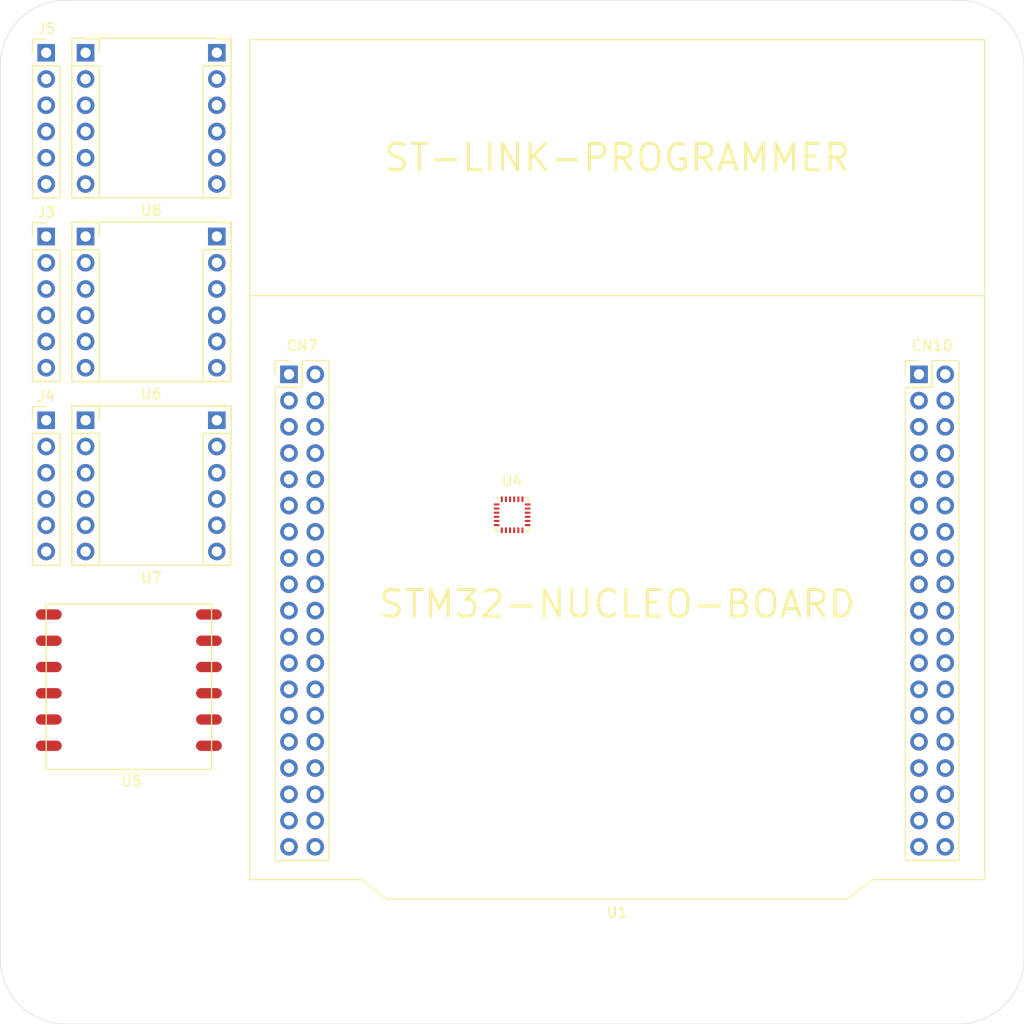
<source format=kicad_pcb>
(kicad_pcb (version 20171130) (host pcbnew "(5.1.10)-1")

  (general
    (thickness 1.6)
    (drawings 8)
    (tracks 0)
    (zones 0)
    (modules 9)
    (nets 123)
  )

  (page A4)
  (layers
    (0 F.Cu signal)
    (31 B.Cu signal)
    (32 B.Adhes user)
    (33 F.Adhes user)
    (34 B.Paste user)
    (35 F.Paste user)
    (36 B.SilkS user)
    (37 F.SilkS user)
    (38 B.Mask user)
    (39 F.Mask user)
    (40 Dwgs.User user)
    (41 Cmts.User user)
    (42 Eco1.User user)
    (43 Eco2.User user)
    (44 Edge.Cuts user)
    (45 Margin user)
    (46 B.CrtYd user)
    (47 F.CrtYd user)
    (48 B.Fab user)
    (49 F.Fab user)
  )

  (setup
    (last_trace_width 0.25)
    (trace_clearance 0.2)
    (zone_clearance 0.508)
    (zone_45_only no)
    (trace_min 0.2)
    (via_size 0.8)
    (via_drill 0.4)
    (via_min_size 0.4)
    (via_min_drill 0.3)
    (uvia_size 0.3)
    (uvia_drill 0.1)
    (uvias_allowed no)
    (uvia_min_size 0.2)
    (uvia_min_drill 0.1)
    (edge_width 0.05)
    (segment_width 0.2)
    (pcb_text_width 0.3)
    (pcb_text_size 1.5 1.5)
    (mod_edge_width 0.12)
    (mod_text_size 1 1)
    (mod_text_width 0.15)
    (pad_size 1.524 1.524)
    (pad_drill 0.762)
    (pad_to_mask_clearance 0)
    (aux_axis_origin 0 0)
    (visible_elements 7FFFFFFF)
    (pcbplotparams
      (layerselection 0x010fc_ffffffff)
      (usegerberextensions false)
      (usegerberattributes true)
      (usegerberadvancedattributes true)
      (creategerberjobfile true)
      (excludeedgelayer true)
      (linewidth 0.100000)
      (plotframeref false)
      (viasonmask false)
      (mode 1)
      (useauxorigin false)
      (hpglpennumber 1)
      (hpglpenspeed 20)
      (hpglpendiameter 15.000000)
      (psnegative false)
      (psa4output false)
      (plotreference true)
      (plotvalue true)
      (plotinvisibletext false)
      (padsonsilk false)
      (subtractmaskfromsilk false)
      (outputformat 1)
      (mirror false)
      (drillshape 1)
      (scaleselection 1)
      (outputdirectory ""))
  )

  (net 0 "")
  (net 1 "Net-(U4-Pad15)")
  (net 2 "Net-(U4-Pad1)")
  (net 3 "Net-(U4-Pad21)")
  (net 4 "Net-(U4-Pad24)")
  (net 5 "Net-(U4-Pad19)")
  (net 6 "Net-(U4-Pad23)")
  (net 7 "Net-(U4-Pad2)")
  (net 8 "Net-(U4-Pad12)")
  (net 9 "Net-(U4-Pad4)")
  (net 10 "Net-(U4-Pad9)")
  (net 11 "Net-(U4-Pad11)")
  (net 12 "Net-(U4-Pad14)")
  (net 13 "Net-(U4-Pad6)")
  (net 14 "Net-(U4-Pad3)")
  (net 15 "Net-(U4-Pad16)")
  (net 16 "Net-(U4-Pad5)")
  (net 17 "Net-(U4-Pad17)")
  (net 18 "Net-(U4-Pad22)")
  (net 19 "Net-(U4-Pad7)")
  (net 20 "Net-(U5-Pad11)")
  (net 21 "Net-(U5-Pad9)")
  (net 22 "Net-(U5-Pad8)")
  (net 23 "Net-(U5-Pad7)")
  (net 24 /MOTOR1_ENC_B)
  (net 25 /MOTOR1_ENC_A)
  (net 26 /MOTOR1_B)
  (net 27 /MOTOR1_A)
  (net 28 /MOTOR2_ENC_B)
  (net 29 /MOTOR2_ENC_A)
  (net 30 /MOTOR2_B)
  (net 31 /MOTOR2_A)
  (net 32 /MOTOR3_ENC_B)
  (net 33 /MOTOR3_ENC_A)
  (net 34 /MOTOR3_B)
  (net 35 /MOTOR3_A)
  (net 36 GND)
  (net 37 /GPS_RESET)
  (net 38 /GPS_UART_TX)
  (net 39 /GPS_UART_RX)
  (net 40 /MOTOR1_INA)
  (net 41 /MOTOR1_INB)
  (net 42 /MOTOR2_INA)
  (net 43 /MOTOR2_INB)
  (net 44 /MOTOR3_INA)
  (net 45 /MOTOR3_INB)
  (net 46 /LOGIC_3V3)
  (net 47 /LOGIC_GND)
  (net 48 "Net-(U1-Pad53)")
  (net 49 "Net-(U1-Pad39)")
  (net 50 "Net-(U1-Pad59)")
  (net 51 "Net-(U1-Pad62)")
  (net 52 "Net-(U1-Pad57)")
  (net 53 "Net-(U1-Pad69)")
  (net 54 "Net-(U1-Pad66)")
  (net 55 "Net-(U1-Pad61)")
  (net 56 "Net-(U1-Pad40)")
  (net 57 "Net-(U1-Pad50)")
  (net 58 "Net-(U1-Pad51)")
  (net 59 "Net-(U1-Pad46)")
  (net 60 "Net-(U1-Pad65)")
  (net 61 "Net-(U1-Pad42)")
  (net 62 "Net-(U1-Pad63)")
  (net 63 "Net-(U1-Pad67)")
  (net 64 "Net-(U1-Pad73)")
  (net 65 "Net-(U1-Pad75)")
  (net 66 "Net-(U1-Pad49)")
  (net 67 "Net-(U1-Pad52)")
  (net 68 "Net-(U1-Pad44)")
  (net 69 "Net-(U1-Pad72)")
  (net 70 "Net-(U1-Pad41)")
  (net 71 "Net-(U1-Pad54)")
  (net 72 "Net-(U1-Pad68)")
  (net 73 "Net-(U1-Pad43)")
  (net 74 "Net-(U1-Pad48)")
  (net 75 "Net-(U1-Pad55)")
  (net 76 "Net-(U1-Pad56)")
  (net 77 "Net-(U1-Pad64)")
  (net 78 "Net-(U1-Pad60)")
  (net 79 "Net-(U1-Pad71)")
  (net 80 "Net-(U1-Pad76)")
  (net 81 "Net-(U1-Pad74)")
  (net 82 "Net-(U1-Pad45)")
  (net 83 "Net-(U1-Pad15)")
  (net 84 "Net-(U1-Pad21)")
  (net 85 "Net-(U1-Pad24)")
  (net 86 "Net-(U1-Pad31)")
  (net 87 "Net-(U1-Pad28)")
  (net 88 "Net-(U1-Pad23)")
  (net 89 "Net-(U1-Pad12)")
  (net 90 "Net-(U1-Pad13)")
  (net 91 "Net-(U1-Pad27)")
  (net 92 "Net-(U1-Pad4)")
  (net 93 "Net-(U1-Pad9)")
  (net 94 "Net-(U1-Pad25)")
  (net 95 "Net-(U1-Pad29)")
  (net 96 "Net-(U1-Pad35)")
  (net 97 "Net-(U1-Pad37)")
  (net 98 "Net-(U1-Pad11)")
  (net 99 "Net-(U1-Pad14)")
  (net 100 /VBAT_REG)
  (net 101 "Net-(U1-Pad34)")
  (net 102 "Net-(U1-Pad32)")
  (net 103 "Net-(U1-Pad30)")
  (net 104 "Net-(U1-Pad5)")
  (net 105 "Net-(U1-Pad10)")
  (net 106 "Net-(U1-Pad17)")
  (net 107 /LOGIC_5V)
  (net 108 "Net-(U1-Pad26)")
  (net 109 "Net-(U1-Pad33)")
  (net 110 "Net-(U1-Pad38)")
  (net 111 "Net-(U1-Pad36)")
  (net 112 "Net-(U1-Pad7)")
  (net 113 "Net-(C6-Pad1)")
  (net 114 "Net-(R2-Pad1)")
  (net 115 /MOTOR_MODE)
  (net 116 /~MOTOR1_PS)
  (net 117 /MOTOR_TR1)
  (net 118 /MOTOR_TR2)
  (net 119 /MOTOR_GND)
  (net 120 /MOTOR_VIN)
  (net 121 /~MOTOR2_PS)
  (net 122 /~MOTOR3_PS)

  (net_class Default "This is the default net class."
    (clearance 0.2)
    (trace_width 0.25)
    (via_dia 0.8)
    (via_drill 0.4)
    (uvia_dia 0.3)
    (uvia_drill 0.1)
    (add_net /GPS_RESET)
    (add_net /GPS_UART_RX)
    (add_net /GPS_UART_TX)
    (add_net /LOGIC_3V3)
    (add_net /LOGIC_5V)
    (add_net /LOGIC_GND)
    (add_net /MOTOR1_A)
    (add_net /MOTOR1_B)
    (add_net /MOTOR1_ENC_A)
    (add_net /MOTOR1_ENC_B)
    (add_net /MOTOR1_INA)
    (add_net /MOTOR1_INB)
    (add_net /MOTOR2_A)
    (add_net /MOTOR2_B)
    (add_net /MOTOR2_ENC_A)
    (add_net /MOTOR2_ENC_B)
    (add_net /MOTOR2_INA)
    (add_net /MOTOR2_INB)
    (add_net /MOTOR3_A)
    (add_net /MOTOR3_B)
    (add_net /MOTOR3_ENC_A)
    (add_net /MOTOR3_ENC_B)
    (add_net /MOTOR3_INA)
    (add_net /MOTOR3_INB)
    (add_net /MOTOR_GND)
    (add_net /MOTOR_MODE)
    (add_net /MOTOR_TR1)
    (add_net /MOTOR_TR2)
    (add_net /MOTOR_VIN)
    (add_net /VBAT_REG)
    (add_net /~MOTOR1_PS)
    (add_net /~MOTOR2_PS)
    (add_net /~MOTOR3_PS)
    (add_net GND)
    (add_net "Net-(C6-Pad1)")
    (add_net "Net-(R2-Pad1)")
    (add_net "Net-(U1-Pad10)")
    (add_net "Net-(U1-Pad11)")
    (add_net "Net-(U1-Pad12)")
    (add_net "Net-(U1-Pad13)")
    (add_net "Net-(U1-Pad14)")
    (add_net "Net-(U1-Pad15)")
    (add_net "Net-(U1-Pad17)")
    (add_net "Net-(U1-Pad21)")
    (add_net "Net-(U1-Pad23)")
    (add_net "Net-(U1-Pad24)")
    (add_net "Net-(U1-Pad25)")
    (add_net "Net-(U1-Pad26)")
    (add_net "Net-(U1-Pad27)")
    (add_net "Net-(U1-Pad28)")
    (add_net "Net-(U1-Pad29)")
    (add_net "Net-(U1-Pad30)")
    (add_net "Net-(U1-Pad31)")
    (add_net "Net-(U1-Pad32)")
    (add_net "Net-(U1-Pad33)")
    (add_net "Net-(U1-Pad34)")
    (add_net "Net-(U1-Pad35)")
    (add_net "Net-(U1-Pad36)")
    (add_net "Net-(U1-Pad37)")
    (add_net "Net-(U1-Pad38)")
    (add_net "Net-(U1-Pad39)")
    (add_net "Net-(U1-Pad4)")
    (add_net "Net-(U1-Pad40)")
    (add_net "Net-(U1-Pad41)")
    (add_net "Net-(U1-Pad42)")
    (add_net "Net-(U1-Pad43)")
    (add_net "Net-(U1-Pad44)")
    (add_net "Net-(U1-Pad45)")
    (add_net "Net-(U1-Pad46)")
    (add_net "Net-(U1-Pad48)")
    (add_net "Net-(U1-Pad49)")
    (add_net "Net-(U1-Pad5)")
    (add_net "Net-(U1-Pad50)")
    (add_net "Net-(U1-Pad51)")
    (add_net "Net-(U1-Pad52)")
    (add_net "Net-(U1-Pad53)")
    (add_net "Net-(U1-Pad54)")
    (add_net "Net-(U1-Pad55)")
    (add_net "Net-(U1-Pad56)")
    (add_net "Net-(U1-Pad57)")
    (add_net "Net-(U1-Pad59)")
    (add_net "Net-(U1-Pad60)")
    (add_net "Net-(U1-Pad61)")
    (add_net "Net-(U1-Pad62)")
    (add_net "Net-(U1-Pad63)")
    (add_net "Net-(U1-Pad64)")
    (add_net "Net-(U1-Pad65)")
    (add_net "Net-(U1-Pad66)")
    (add_net "Net-(U1-Pad67)")
    (add_net "Net-(U1-Pad68)")
    (add_net "Net-(U1-Pad69)")
    (add_net "Net-(U1-Pad7)")
    (add_net "Net-(U1-Pad71)")
    (add_net "Net-(U1-Pad72)")
    (add_net "Net-(U1-Pad73)")
    (add_net "Net-(U1-Pad74)")
    (add_net "Net-(U1-Pad75)")
    (add_net "Net-(U1-Pad76)")
    (add_net "Net-(U1-Pad9)")
    (add_net "Net-(U4-Pad1)")
    (add_net "Net-(U4-Pad11)")
    (add_net "Net-(U4-Pad12)")
    (add_net "Net-(U4-Pad14)")
    (add_net "Net-(U4-Pad15)")
    (add_net "Net-(U4-Pad16)")
    (add_net "Net-(U4-Pad17)")
    (add_net "Net-(U4-Pad19)")
    (add_net "Net-(U4-Pad2)")
    (add_net "Net-(U4-Pad21)")
    (add_net "Net-(U4-Pad22)")
    (add_net "Net-(U4-Pad23)")
    (add_net "Net-(U4-Pad24)")
    (add_net "Net-(U4-Pad3)")
    (add_net "Net-(U4-Pad4)")
    (add_net "Net-(U4-Pad5)")
    (add_net "Net-(U4-Pad6)")
    (add_net "Net-(U4-Pad7)")
    (add_net "Net-(U4-Pad9)")
    (add_net "Net-(U5-Pad11)")
    (add_net "Net-(U5-Pad7)")
    (add_net "Net-(U5-Pad8)")
    (add_net "Net-(U5-Pad9)")
  )

  (module lego_robot:L80-M39 (layer F.Cu) (tedit 61998061) (tstamp 619A172A)
    (at 101.6 105.41)
    (path /619A50A8)
    (fp_text reference U5 (at 0 8.255) (layer F.SilkS)
      (effects (font (size 1 1) (thickness 0.15)))
    )
    (fp_text value L80-M39 (at 0 0) (layer F.Fab)
      (effects (font (size 1 1) (thickness 0.15)))
    )
    (fp_line (start 7.747 -8.89) (end -8.255 -8.89) (layer F.SilkS) (width 0.12))
    (fp_line (start 7.747 7.112) (end 7.747 -8.89) (layer F.SilkS) (width 0.12))
    (fp_line (start -8.255 7.112) (end 7.747 7.112) (layer F.SilkS) (width 0.12))
    (fp_line (start -8.255 -8.89) (end -8.255 7.112) (layer F.SilkS) (width 0.12))
    (pad 12 connect oval (at -8.001 4.826) (size 2.5 1) (layers F.Cu F.Mask)
      (net 47 /LOGIC_GND))
    (pad 11 smd oval (at -8.001 2.286) (size 2.5 1) (layers F.Cu F.Paste F.Mask)
      (net 20 "Net-(U5-Pad11)"))
    (pad 10 smd oval (at -8.001 -0.254) (size 2.5 1) (layers F.Cu F.Paste F.Mask)
      (net 37 /GPS_RESET))
    (pad 9 smd oval (at -8.001 -2.794) (size 2.5 1) (layers F.Cu F.Paste F.Mask)
      (net 21 "Net-(U5-Pad9)"))
    (pad 8 smd oval (at -8.001 -5.334) (size 2.5 1) (layers F.Cu F.Paste F.Mask)
      (net 22 "Net-(U5-Pad8)"))
    (pad 7 smd oval (at -8.001 -7.874) (size 2.5 1) (layers F.Cu F.Paste F.Mask)
      (net 23 "Net-(U5-Pad7)"))
    (pad 6 smd oval (at 7.493 -7.874) (size 2.5 1) (layers F.Cu F.Paste F.Mask)
      (net 114 "Net-(R2-Pad1)"))
    (pad 5 smd oval (at 7.493 -5.334) (size 2.5 1) (layers F.Cu F.Paste F.Mask)
      (net 46 /LOGIC_3V3))
    (pad 4 smd oval (at 7.493 -2.794) (size 2.5 1) (layers F.Cu F.Paste F.Mask)
      (net 46 /LOGIC_3V3))
    (pad 3 smd oval (at 7.493 -0.254) (size 2.5 1) (layers F.Cu F.Paste F.Mask)
      (net 47 /LOGIC_GND))
    (pad 2 smd oval (at 7.493 2.286) (size 2.5 1) (layers F.Cu F.Paste F.Mask)
      (net 38 /GPS_UART_TX))
    (pad 1 smd oval (at 7.493 4.826) (size 2.5 1) (layers F.Cu F.Paste F.Mask)
      (net 39 /GPS_UART_RX))
  )

  (module lego_robot:BD65496MUV (layer F.Cu) (tedit 619968BE) (tstamp 6199FED6)
    (at 103.505 49.53)
    (path /619A354B)
    (fp_text reference U8 (at 0 8.89) (layer F.SilkS)
      (effects (font (size 1 1) (thickness 0.15)))
    )
    (fp_text value BD65496MUV (at 0 0.254) (layer F.Fab)
      (effects (font (size 0.8 0.8) (thickness 0.15)))
    )
    (fp_line (start -7.68 7.68) (end -7.6835 -7.747) (layer F.SilkS) (width 0.12))
    (fp_line (start 7.747 -7.747) (end -7.6835 -7.747) (layer F.SilkS) (width 0.12))
    (fp_line (start 7.68 7.68) (end 7.747 -7.747) (layer F.SilkS) (width 0.12))
    (fp_line (start -7.68 7.68) (end 7.68 7.68) (layer F.SilkS) (width 0.12))
    (fp_line (start 7.68 -7.68) (end 7.68 -6.35) (layer F.SilkS) (width 0.12))
    (fp_line (start 8.1 8.1) (end 4.55 8.1) (layer F.CrtYd) (width 0.05))
    (fp_line (start 6.985 -7.62) (end 7.62 -6.985) (layer F.Fab) (width 0.1))
    (fp_line (start 7.68 -5.08) (end 7.68 7.68) (layer F.SilkS) (width 0.12))
    (fp_line (start 6.35 -7.68) (end 7.68 -7.68) (layer F.SilkS) (width 0.12))
    (fp_line (start 5.02 -5.08) (end 7.68 -5.08) (layer F.SilkS) (width 0.12))
    (fp_line (start 4.55 -8.15) (end 8.1 -8.15) (layer F.CrtYd) (width 0.05))
    (fp_line (start 4.55 8.1) (end 4.55 -8.15) (layer F.CrtYd) (width 0.05))
    (fp_line (start 7.62 7.62) (end 5.08 7.62) (layer F.Fab) (width 0.1))
    (fp_line (start 5.02 -5.08) (end 5.02 7.68) (layer F.SilkS) (width 0.12))
    (fp_line (start 5.02 7.68) (end 7.68 7.68) (layer F.SilkS) (width 0.12))
    (fp_line (start 8.1 -8.15) (end 8.1 8.1) (layer F.CrtYd) (width 0.05))
    (fp_line (start 5.08 -7.62) (end 6.985 -7.62) (layer F.Fab) (width 0.1))
    (fp_line (start 7.62 -6.985) (end 7.62 7.62) (layer F.Fab) (width 0.1))
    (fp_line (start 5.08 7.62) (end 5.08 -7.62) (layer F.Fab) (width 0.1))
    (fp_line (start -5.02 -7.68) (end -5.02 -6.35) (layer F.SilkS) (width 0.12))
    (fp_line (start -4.6 8.1) (end -8.15 8.1) (layer F.CrtYd) (width 0.05))
    (fp_line (start -5.715 -7.62) (end -5.08 -6.985) (layer F.Fab) (width 0.1))
    (fp_line (start -5.02 -5.08) (end -5.02 7.68) (layer F.SilkS) (width 0.12))
    (fp_line (start -6.35 -7.68) (end -5.02 -7.68) (layer F.SilkS) (width 0.12))
    (fp_line (start -7.68 -5.08) (end -5.02 -5.08) (layer F.SilkS) (width 0.12))
    (fp_line (start -8.15 -8.15) (end -4.6 -8.15) (layer F.CrtYd) (width 0.05))
    (fp_line (start -8.15 8.1) (end -8.15 -8.15) (layer F.CrtYd) (width 0.05))
    (fp_line (start -5.08 7.62) (end -7.62 7.62) (layer F.Fab) (width 0.1))
    (fp_line (start -7.68 -5.08) (end -7.68 7.68) (layer F.SilkS) (width 0.12))
    (fp_line (start -7.68 7.68) (end -5.02 7.68) (layer F.SilkS) (width 0.12))
    (fp_line (start -4.6 -8.15) (end -4.6 8.1) (layer F.CrtYd) (width 0.05))
    (fp_line (start -7.62 -7.62) (end -5.715 -7.62) (layer F.Fab) (width 0.1))
    (fp_line (start -5.08 -6.985) (end -5.08 7.62) (layer F.Fab) (width 0.1))
    (fp_line (start -7.62 7.62) (end -7.62 -7.62) (layer F.Fab) (width 0.1))
    (pad 12 thru_hole oval (at 6.35 6.35) (size 1.7 1.7) (drill 1) (layers *.Cu *.Mask)
      (net 115 /MOTOR_MODE))
    (pad 7 thru_hole rect (at 6.35 -6.35) (size 1.7 1.7) (drill 1) (layers *.Cu *.Mask)
      (net 122 /~MOTOR3_PS))
    (pad 8 thru_hole oval (at 6.35 -3.81) (size 1.7 1.7) (drill 1) (layers *.Cu *.Mask)
      (net 117 /MOTOR_TR1))
    (pad 9 thru_hole oval (at 6.35 -1.27) (size 1.7 1.7) (drill 1) (layers *.Cu *.Mask)
      (net 118 /MOTOR_TR2))
    (pad 10 thru_hole oval (at 6.35 1.27) (size 1.7 1.7) (drill 1) (layers *.Cu *.Mask)
      (net 44 /MOTOR3_INA))
    (pad 11 thru_hole oval (at 6.35 3.81) (size 1.7 1.7) (drill 1) (layers *.Cu *.Mask)
      (net 45 /MOTOR3_INB))
    (pad 6 thru_hole oval (at -6.35 6.35) (size 1.7 1.7) (drill 1) (layers *.Cu *.Mask)
      (net 47 /LOGIC_GND))
    (pad 1 thru_hole rect (at -6.35 -6.35) (size 1.7 1.7) (drill 1) (layers *.Cu *.Mask)
      (net 46 /LOGIC_3V3))
    (pad 2 thru_hole oval (at -6.35 -3.81) (size 1.7 1.7) (drill 1) (layers *.Cu *.Mask)
      (net 119 /MOTOR_GND))
    (pad 3 thru_hole oval (at -6.35 -1.27) (size 1.7 1.7) (drill 1) (layers *.Cu *.Mask)
      (net 35 /MOTOR3_A))
    (pad 4 thru_hole oval (at -6.35 1.27) (size 1.7 1.7) (drill 1) (layers *.Cu *.Mask)
      (net 34 /MOTOR3_B))
    (pad 5 thru_hole oval (at -6.35 3.81) (size 1.7 1.7) (drill 1) (layers *.Cu *.Mask)
      (net 120 /MOTOR_VIN))
  )

  (module lego_robot:BD65496MUV (layer F.Cu) (tedit 619968BE) (tstamp 6199FEA4)
    (at 103.505 85.09)
    (path /619AF231)
    (fp_text reference U7 (at 0 8.89) (layer F.SilkS)
      (effects (font (size 1 1) (thickness 0.15)))
    )
    (fp_text value BD65496MUV (at 0 0.254) (layer F.Fab)
      (effects (font (size 0.8 0.8) (thickness 0.15)))
    )
    (fp_line (start -7.68 7.68) (end -7.6835 -7.747) (layer F.SilkS) (width 0.12))
    (fp_line (start 7.747 -7.747) (end -7.6835 -7.747) (layer F.SilkS) (width 0.12))
    (fp_line (start 7.68 7.68) (end 7.747 -7.747) (layer F.SilkS) (width 0.12))
    (fp_line (start -7.68 7.68) (end 7.68 7.68) (layer F.SilkS) (width 0.12))
    (fp_line (start 7.68 -7.68) (end 7.68 -6.35) (layer F.SilkS) (width 0.12))
    (fp_line (start 8.1 8.1) (end 4.55 8.1) (layer F.CrtYd) (width 0.05))
    (fp_line (start 6.985 -7.62) (end 7.62 -6.985) (layer F.Fab) (width 0.1))
    (fp_line (start 7.68 -5.08) (end 7.68 7.68) (layer F.SilkS) (width 0.12))
    (fp_line (start 6.35 -7.68) (end 7.68 -7.68) (layer F.SilkS) (width 0.12))
    (fp_line (start 5.02 -5.08) (end 7.68 -5.08) (layer F.SilkS) (width 0.12))
    (fp_line (start 4.55 -8.15) (end 8.1 -8.15) (layer F.CrtYd) (width 0.05))
    (fp_line (start 4.55 8.1) (end 4.55 -8.15) (layer F.CrtYd) (width 0.05))
    (fp_line (start 7.62 7.62) (end 5.08 7.62) (layer F.Fab) (width 0.1))
    (fp_line (start 5.02 -5.08) (end 5.02 7.68) (layer F.SilkS) (width 0.12))
    (fp_line (start 5.02 7.68) (end 7.68 7.68) (layer F.SilkS) (width 0.12))
    (fp_line (start 8.1 -8.15) (end 8.1 8.1) (layer F.CrtYd) (width 0.05))
    (fp_line (start 5.08 -7.62) (end 6.985 -7.62) (layer F.Fab) (width 0.1))
    (fp_line (start 7.62 -6.985) (end 7.62 7.62) (layer F.Fab) (width 0.1))
    (fp_line (start 5.08 7.62) (end 5.08 -7.62) (layer F.Fab) (width 0.1))
    (fp_line (start -5.02 -7.68) (end -5.02 -6.35) (layer F.SilkS) (width 0.12))
    (fp_line (start -4.6 8.1) (end -8.15 8.1) (layer F.CrtYd) (width 0.05))
    (fp_line (start -5.715 -7.62) (end -5.08 -6.985) (layer F.Fab) (width 0.1))
    (fp_line (start -5.02 -5.08) (end -5.02 7.68) (layer F.SilkS) (width 0.12))
    (fp_line (start -6.35 -7.68) (end -5.02 -7.68) (layer F.SilkS) (width 0.12))
    (fp_line (start -7.68 -5.08) (end -5.02 -5.08) (layer F.SilkS) (width 0.12))
    (fp_line (start -8.15 -8.15) (end -4.6 -8.15) (layer F.CrtYd) (width 0.05))
    (fp_line (start -8.15 8.1) (end -8.15 -8.15) (layer F.CrtYd) (width 0.05))
    (fp_line (start -5.08 7.62) (end -7.62 7.62) (layer F.Fab) (width 0.1))
    (fp_line (start -7.68 -5.08) (end -7.68 7.68) (layer F.SilkS) (width 0.12))
    (fp_line (start -7.68 7.68) (end -5.02 7.68) (layer F.SilkS) (width 0.12))
    (fp_line (start -4.6 -8.15) (end -4.6 8.1) (layer F.CrtYd) (width 0.05))
    (fp_line (start -7.62 -7.62) (end -5.715 -7.62) (layer F.Fab) (width 0.1))
    (fp_line (start -5.08 -6.985) (end -5.08 7.62) (layer F.Fab) (width 0.1))
    (fp_line (start -7.62 7.62) (end -7.62 -7.62) (layer F.Fab) (width 0.1))
    (pad 12 thru_hole oval (at 6.35 6.35) (size 1.7 1.7) (drill 1) (layers *.Cu *.Mask)
      (net 115 /MOTOR_MODE))
    (pad 7 thru_hole rect (at 6.35 -6.35) (size 1.7 1.7) (drill 1) (layers *.Cu *.Mask)
      (net 121 /~MOTOR2_PS))
    (pad 8 thru_hole oval (at 6.35 -3.81) (size 1.7 1.7) (drill 1) (layers *.Cu *.Mask)
      (net 117 /MOTOR_TR1))
    (pad 9 thru_hole oval (at 6.35 -1.27) (size 1.7 1.7) (drill 1) (layers *.Cu *.Mask)
      (net 118 /MOTOR_TR2))
    (pad 10 thru_hole oval (at 6.35 1.27) (size 1.7 1.7) (drill 1) (layers *.Cu *.Mask)
      (net 42 /MOTOR2_INA))
    (pad 11 thru_hole oval (at 6.35 3.81) (size 1.7 1.7) (drill 1) (layers *.Cu *.Mask)
      (net 43 /MOTOR2_INB))
    (pad 6 thru_hole oval (at -6.35 6.35) (size 1.7 1.7) (drill 1) (layers *.Cu *.Mask)
      (net 47 /LOGIC_GND))
    (pad 1 thru_hole rect (at -6.35 -6.35) (size 1.7 1.7) (drill 1) (layers *.Cu *.Mask)
      (net 46 /LOGIC_3V3))
    (pad 2 thru_hole oval (at -6.35 -3.81) (size 1.7 1.7) (drill 1) (layers *.Cu *.Mask)
      (net 119 /MOTOR_GND))
    (pad 3 thru_hole oval (at -6.35 -1.27) (size 1.7 1.7) (drill 1) (layers *.Cu *.Mask)
      (net 31 /MOTOR2_A))
    (pad 4 thru_hole oval (at -6.35 1.27) (size 1.7 1.7) (drill 1) (layers *.Cu *.Mask)
      (net 30 /MOTOR2_B))
    (pad 5 thru_hole oval (at -6.35 3.81) (size 1.7 1.7) (drill 1) (layers *.Cu *.Mask)
      (net 120 /MOTOR_VIN))
  )

  (module lego_robot:BD65496MUV (layer F.Cu) (tedit 619968BE) (tstamp 6199FE72)
    (at 103.505 67.31)
    (path /619B0077)
    (fp_text reference U6 (at 0 8.89) (layer F.SilkS)
      (effects (font (size 1 1) (thickness 0.15)))
    )
    (fp_text value BD65496MUV (at 0 0.254) (layer F.Fab)
      (effects (font (size 0.8 0.8) (thickness 0.15)))
    )
    (fp_line (start -7.68 7.68) (end -7.6835 -7.747) (layer F.SilkS) (width 0.12))
    (fp_line (start 7.747 -7.747) (end -7.6835 -7.747) (layer F.SilkS) (width 0.12))
    (fp_line (start 7.68 7.68) (end 7.747 -7.747) (layer F.SilkS) (width 0.12))
    (fp_line (start -7.68 7.68) (end 7.68 7.68) (layer F.SilkS) (width 0.12))
    (fp_line (start 7.68 -7.68) (end 7.68 -6.35) (layer F.SilkS) (width 0.12))
    (fp_line (start 8.1 8.1) (end 4.55 8.1) (layer F.CrtYd) (width 0.05))
    (fp_line (start 6.985 -7.62) (end 7.62 -6.985) (layer F.Fab) (width 0.1))
    (fp_line (start 7.68 -5.08) (end 7.68 7.68) (layer F.SilkS) (width 0.12))
    (fp_line (start 6.35 -7.68) (end 7.68 -7.68) (layer F.SilkS) (width 0.12))
    (fp_line (start 5.02 -5.08) (end 7.68 -5.08) (layer F.SilkS) (width 0.12))
    (fp_line (start 4.55 -8.15) (end 8.1 -8.15) (layer F.CrtYd) (width 0.05))
    (fp_line (start 4.55 8.1) (end 4.55 -8.15) (layer F.CrtYd) (width 0.05))
    (fp_line (start 7.62 7.62) (end 5.08 7.62) (layer F.Fab) (width 0.1))
    (fp_line (start 5.02 -5.08) (end 5.02 7.68) (layer F.SilkS) (width 0.12))
    (fp_line (start 5.02 7.68) (end 7.68 7.68) (layer F.SilkS) (width 0.12))
    (fp_line (start 8.1 -8.15) (end 8.1 8.1) (layer F.CrtYd) (width 0.05))
    (fp_line (start 5.08 -7.62) (end 6.985 -7.62) (layer F.Fab) (width 0.1))
    (fp_line (start 7.62 -6.985) (end 7.62 7.62) (layer F.Fab) (width 0.1))
    (fp_line (start 5.08 7.62) (end 5.08 -7.62) (layer F.Fab) (width 0.1))
    (fp_line (start -5.02 -7.68) (end -5.02 -6.35) (layer F.SilkS) (width 0.12))
    (fp_line (start -4.6 8.1) (end -8.15 8.1) (layer F.CrtYd) (width 0.05))
    (fp_line (start -5.715 -7.62) (end -5.08 -6.985) (layer F.Fab) (width 0.1))
    (fp_line (start -5.02 -5.08) (end -5.02 7.68) (layer F.SilkS) (width 0.12))
    (fp_line (start -6.35 -7.68) (end -5.02 -7.68) (layer F.SilkS) (width 0.12))
    (fp_line (start -7.68 -5.08) (end -5.02 -5.08) (layer F.SilkS) (width 0.12))
    (fp_line (start -8.15 -8.15) (end -4.6 -8.15) (layer F.CrtYd) (width 0.05))
    (fp_line (start -8.15 8.1) (end -8.15 -8.15) (layer F.CrtYd) (width 0.05))
    (fp_line (start -5.08 7.62) (end -7.62 7.62) (layer F.Fab) (width 0.1))
    (fp_line (start -7.68 -5.08) (end -7.68 7.68) (layer F.SilkS) (width 0.12))
    (fp_line (start -7.68 7.68) (end -5.02 7.68) (layer F.SilkS) (width 0.12))
    (fp_line (start -4.6 -8.15) (end -4.6 8.1) (layer F.CrtYd) (width 0.05))
    (fp_line (start -7.62 -7.62) (end -5.715 -7.62) (layer F.Fab) (width 0.1))
    (fp_line (start -5.08 -6.985) (end -5.08 7.62) (layer F.Fab) (width 0.1))
    (fp_line (start -7.62 7.62) (end -7.62 -7.62) (layer F.Fab) (width 0.1))
    (pad 12 thru_hole oval (at 6.35 6.35) (size 1.7 1.7) (drill 1) (layers *.Cu *.Mask)
      (net 115 /MOTOR_MODE))
    (pad 7 thru_hole rect (at 6.35 -6.35) (size 1.7 1.7) (drill 1) (layers *.Cu *.Mask)
      (net 116 /~MOTOR1_PS))
    (pad 8 thru_hole oval (at 6.35 -3.81) (size 1.7 1.7) (drill 1) (layers *.Cu *.Mask)
      (net 117 /MOTOR_TR1))
    (pad 9 thru_hole oval (at 6.35 -1.27) (size 1.7 1.7) (drill 1) (layers *.Cu *.Mask)
      (net 118 /MOTOR_TR2))
    (pad 10 thru_hole oval (at 6.35 1.27) (size 1.7 1.7) (drill 1) (layers *.Cu *.Mask)
      (net 40 /MOTOR1_INA))
    (pad 11 thru_hole oval (at 6.35 3.81) (size 1.7 1.7) (drill 1) (layers *.Cu *.Mask)
      (net 41 /MOTOR1_INB))
    (pad 6 thru_hole oval (at -6.35 6.35) (size 1.7 1.7) (drill 1) (layers *.Cu *.Mask)
      (net 47 /LOGIC_GND))
    (pad 1 thru_hole rect (at -6.35 -6.35) (size 1.7 1.7) (drill 1) (layers *.Cu *.Mask)
      (net 46 /LOGIC_3V3))
    (pad 2 thru_hole oval (at -6.35 -3.81) (size 1.7 1.7) (drill 1) (layers *.Cu *.Mask)
      (net 119 /MOTOR_GND))
    (pad 3 thru_hole oval (at -6.35 -1.27) (size 1.7 1.7) (drill 1) (layers *.Cu *.Mask)
      (net 27 /MOTOR1_A))
    (pad 4 thru_hole oval (at -6.35 1.27) (size 1.7 1.7) (drill 1) (layers *.Cu *.Mask)
      (net 26 /MOTOR1_B))
    (pad 5 thru_hole oval (at -6.35 3.81) (size 1.7 1.7) (drill 1) (layers *.Cu *.Mask)
      (net 120 /MOTOR_VIN))
  )

  (module Sensor_Motion:InvenSense_QFN-24_3x3mm_P0.4mm (layer F.Cu) (tedit 5B5A6A65) (tstamp 6199F146)
    (at 138.43 87.884)
    (descr "24-Lead Plastic QFN (3mm x 3mm); Pitch 0.4mm; EP 1.7x1.54mm; for InvenSense motion sensors; keepout area marked (Package see: https://store.invensense.com/datasheets/invensense/MPU9250REV1.0.pdf; See also https://www.invensense.com/wp-content/uploads/2015/02/InvenSense-MEMS-Handling.pdf)")
    (tags "QFN 0.4")
    (path /619A46FD)
    (attr smd)
    (fp_text reference U4 (at 0 -3.25) (layer F.SilkS)
      (effects (font (size 1 1) (thickness 0.15)))
    )
    (fp_text value ICM-20948 (at 0 3.25) (layer F.Fab)
      (effects (font (size 1 1) (thickness 0.15)))
    )
    (fp_line (start -0.535 -0.795) (end -0.875 -0.455) (layer Dwgs.User) (width 0.05))
    (fp_line (start -0.035 -0.795) (end -0.875 0.045) (layer Dwgs.User) (width 0.05))
    (fp_line (start 0.465 -0.795) (end -0.875 0.545) (layer Dwgs.User) (width 0.05))
    (fp_line (start 0.875 -0.705) (end -0.625 0.795) (layer Dwgs.User) (width 0.05))
    (fp_line (start 0.875 -0.205) (end -0.125 0.795) (layer Dwgs.User) (width 0.05))
    (fp_line (start 0.875 0.295) (end 0.375 0.795) (layer Dwgs.User) (width 0.05))
    (fp_line (start 0.875 -0.795) (end 0.875 0.795) (layer Dwgs.User) (width 0.05))
    (fp_line (start -0.875 0.795) (end 0.875 0.795) (layer Dwgs.User) (width 0.05))
    (fp_line (start -0.875 -0.795) (end -0.875 0.795) (layer Dwgs.User) (width 0.05))
    (fp_line (start -0.875 -0.795) (end 0.875 -0.795) (layer Dwgs.User) (width 0.05))
    (fp_line (start -1.6 -1.6) (end -1.2 -1.6) (layer F.SilkS) (width 0.15))
    (fp_line (start 1.6 -1.6) (end 1.2 -1.6) (layer F.SilkS) (width 0.15))
    (fp_line (start 1.6 -1.6) (end 1.6 -1.2) (layer F.SilkS) (width 0.15))
    (fp_line (start 1.6 1.6) (end 1.2 1.6) (layer F.SilkS) (width 0.15))
    (fp_line (start 1.6 1.6) (end 1.6 1.2) (layer F.SilkS) (width 0.15))
    (fp_line (start -1.6 1.6) (end -1.2 1.6) (layer F.SilkS) (width 0.15))
    (fp_line (start -1.6 1.6) (end -1.6 1.2) (layer F.SilkS) (width 0.15))
    (fp_line (start -2.05 -2.05) (end 2.05 -2.05) (layer F.CrtYd) (width 0.05))
    (fp_line (start -2.05 2.05) (end -2.05 -2.05) (layer F.CrtYd) (width 0.05))
    (fp_line (start 2.05 2.05) (end -2.05 2.05) (layer F.CrtYd) (width 0.05))
    (fp_line (start 2.05 -2.05) (end 2.05 2.05) (layer F.CrtYd) (width 0.05))
    (fp_line (start -1.5 -0.5) (end -0.5 -1.5) (layer F.Fab) (width 0.15))
    (fp_line (start -1.5 1.5) (end -1.5 -0.5) (layer F.Fab) (width 0.15))
    (fp_line (start 1.5 1.5) (end -1.5 1.5) (layer F.Fab) (width 0.15))
    (fp_line (start 1.5 -1.5) (end 1.5 1.5) (layer F.Fab) (width 0.15))
    (fp_line (start -0.5 -1.5) (end 1.5 -1.5) (layer F.Fab) (width 0.15))
    (fp_text user Component (at 0 0.55) (layer Cmts.User)
      (effects (font (size 0.2 0.2) (thickness 0.04)))
    )
    (fp_text user "Directly Below" (at 0 0.25) (layer Cmts.User)
      (effects (font (size 0.2 0.2) (thickness 0.04)))
    )
    (fp_text user "No Copper" (at 0 -0.1) (layer Cmts.User)
      (effects (font (size 0.2 0.2) (thickness 0.04)))
    )
    (fp_text user KEEPOUT (at 0 -0.5) (layer Cmts.User)
      (effects (font (size 0.2 0.2) (thickness 0.04)))
    )
    (fp_text user %R (at 0 0) (layer F.Fab)
      (effects (font (size 0.7 0.7) (thickness 0.105)))
    )
    (pad 24 smd roundrect (at -1 -1.5 90) (size 0.55 0.2) (layers F.Cu F.Paste F.Mask) (roundrect_rratio 0.25)
      (net 4 "Net-(U4-Pad24)"))
    (pad 23 smd roundrect (at -0.6 -1.5 90) (size 0.55 0.2) (layers F.Cu F.Paste F.Mask) (roundrect_rratio 0.25)
      (net 6 "Net-(U4-Pad23)"))
    (pad 22 smd roundrect (at -0.2 -1.5 90) (size 0.55 0.2) (layers F.Cu F.Paste F.Mask) (roundrect_rratio 0.25)
      (net 18 "Net-(U4-Pad22)"))
    (pad 21 smd roundrect (at 0.2 -1.5 90) (size 0.55 0.2) (layers F.Cu F.Paste F.Mask) (roundrect_rratio 0.25)
      (net 3 "Net-(U4-Pad21)"))
    (pad 20 smd roundrect (at 0.6 -1.5 90) (size 0.55 0.2) (layers F.Cu F.Paste F.Mask) (roundrect_rratio 0.25)
      (net 36 GND))
    (pad 19 smd roundrect (at 1 -1.5 90) (size 0.55 0.2) (layers F.Cu F.Paste F.Mask) (roundrect_rratio 0.25)
      (net 5 "Net-(U4-Pad19)"))
    (pad 18 smd roundrect (at 1.5 -1) (size 0.55 0.2) (layers F.Cu F.Paste F.Mask) (roundrect_rratio 0.25)
      (net 36 GND))
    (pad 17 smd roundrect (at 1.5 -0.6) (size 0.55 0.2) (layers F.Cu F.Paste F.Mask) (roundrect_rratio 0.25)
      (net 17 "Net-(U4-Pad17)"))
    (pad 16 smd roundrect (at 1.5 -0.2) (size 0.55 0.2) (layers F.Cu F.Paste F.Mask) (roundrect_rratio 0.25)
      (net 15 "Net-(U4-Pad16)"))
    (pad 15 smd roundrect (at 1.5 0.2) (size 0.55 0.2) (layers F.Cu F.Paste F.Mask) (roundrect_rratio 0.25)
      (net 1 "Net-(U4-Pad15)"))
    (pad 14 smd roundrect (at 1.5 0.6) (size 0.55 0.2) (layers F.Cu F.Paste F.Mask) (roundrect_rratio 0.25)
      (net 12 "Net-(U4-Pad14)"))
    (pad 13 smd roundrect (at 1.5 1) (size 0.55 0.2) (layers F.Cu F.Paste F.Mask) (roundrect_rratio 0.25)
      (net 46 /LOGIC_3V3))
    (pad 12 smd roundrect (at 1 1.5 90) (size 0.55 0.2) (layers F.Cu F.Paste F.Mask) (roundrect_rratio 0.25)
      (net 8 "Net-(U4-Pad12)"))
    (pad 11 smd roundrect (at 0.6 1.5 90) (size 0.55 0.2) (layers F.Cu F.Paste F.Mask) (roundrect_rratio 0.25)
      (net 11 "Net-(U4-Pad11)"))
    (pad 10 smd roundrect (at 0.2 1.5 90) (size 0.55 0.2) (layers F.Cu F.Paste F.Mask) (roundrect_rratio 0.25)
      (net 113 "Net-(C6-Pad1)"))
    (pad 9 smd roundrect (at -0.2 1.5 90) (size 0.55 0.2) (layers F.Cu F.Paste F.Mask) (roundrect_rratio 0.25)
      (net 10 "Net-(U4-Pad9)"))
    (pad 8 smd roundrect (at -0.6 1.5 90) (size 0.55 0.2) (layers F.Cu F.Paste F.Mask) (roundrect_rratio 0.25)
      (net 46 /LOGIC_3V3))
    (pad 7 smd roundrect (at -1 1.5 90) (size 0.55 0.2) (layers F.Cu F.Paste F.Mask) (roundrect_rratio 0.25)
      (net 19 "Net-(U4-Pad7)"))
    (pad 6 smd roundrect (at -1.5 1) (size 0.55 0.2) (layers F.Cu F.Paste F.Mask) (roundrect_rratio 0.25)
      (net 13 "Net-(U4-Pad6)"))
    (pad 5 smd roundrect (at -1.5 0.6) (size 0.55 0.2) (layers F.Cu F.Paste F.Mask) (roundrect_rratio 0.25)
      (net 16 "Net-(U4-Pad5)"))
    (pad 4 smd roundrect (at -1.5 0.2) (size 0.55 0.2) (layers F.Cu F.Paste F.Mask) (roundrect_rratio 0.25)
      (net 9 "Net-(U4-Pad4)"))
    (pad 3 smd roundrect (at -1.5 -0.2) (size 0.55 0.2) (layers F.Cu F.Paste F.Mask) (roundrect_rratio 0.25)
      (net 14 "Net-(U4-Pad3)"))
    (pad 2 smd roundrect (at -1.5 -0.6) (size 0.55 0.2) (layers F.Cu F.Paste F.Mask) (roundrect_rratio 0.25)
      (net 7 "Net-(U4-Pad2)"))
    (pad 1 smd roundrect (at -1.5 -1) (size 0.55 0.2) (layers F.Cu F.Paste F.Mask) (roundrect_rratio 0.25)
      (net 2 "Net-(U4-Pad1)"))
    (model ${KISYS3DMOD}/Package_DFN_QFN.3dshapes/QFN-24_3x3mm_P0.4mm_EP1.7x1.54mm.wrl
      (at (xyz 0 0 0))
      (scale (xyz 1 1 1))
      (rotate (xyz 0 0 0))
    )
  )

  (module lego_robot:ST_NUCLEO64 (layer F.Cu) (tedit 6199652D) (tstamp 6199F10B)
    (at 148.59 97.155)
    (path /619BB716)
    (fp_text reference U1 (at 0 29.21) (layer F.SilkS)
      (effects (font (size 1 1) (thickness 0.15)))
    )
    (fp_text value STM32-NUCLEO-F446RE (at 0 26.67) (layer F.Fab)
      (effects (font (size 1 1) (thickness 0.15)))
    )
    (fp_line (start -30.48 -21.59) (end -33.08 -21.59) (layer F.SilkS) (width 0.12))
    (fp_line (start -27.88 -24.19) (end -30.48 -24.19) (layer F.SilkS) (width 0.12))
    (fp_line (start -27.41 24.64) (end -27.41 -24.66) (layer F.CrtYd) (width 0.05))
    (fp_line (start -33.08 -24.19) (end -33.08 -22.86) (layer F.SilkS) (width 0.12))
    (fp_line (start -27.41 -24.66) (end -33.51 -24.66) (layer F.CrtYd) (width 0.05))
    (fp_line (start -33.51 24.64) (end -27.41 24.64) (layer F.CrtYd) (width 0.05))
    (fp_line (start -33.02 24.13) (end -27.94 24.13) (layer F.Fab) (width 0.1))
    (fp_line (start -33.08 -21.59) (end -33.08 24.19) (layer F.SilkS) (width 0.12))
    (fp_line (start -27.94 24.13) (end -27.94 -24.13) (layer F.Fab) (width 0.1))
    (fp_line (start -31.75 -24.19) (end -33.08 -24.19) (layer F.SilkS) (width 0.12))
    (fp_line (start -33.02 -23.13) (end -33.02 24.13) (layer F.Fab) (width 0.1))
    (fp_line (start -33.51 -24.66) (end -33.51 24.64) (layer F.CrtYd) (width 0.05))
    (fp_line (start -30.48 -24.19) (end -30.48 -21.59) (layer F.SilkS) (width 0.12))
    (fp_line (start -27.88 -24.19) (end -27.88 24.19) (layer F.SilkS) (width 0.12))
    (fp_line (start -32.02 -24.13) (end -33.02 -23.13) (layer F.Fab) (width 0.1))
    (fp_line (start -27.88 24.19) (end -33.08 24.19) (layer F.SilkS) (width 0.12))
    (fp_line (start -27.94 -24.13) (end -32.02 -24.13) (layer F.Fab) (width 0.1))
    (fp_line (start 30.48 -21.59) (end 27.88 -21.59) (layer F.SilkS) (width 0.12))
    (fp_line (start 33.08 -24.19) (end 30.48 -24.19) (layer F.SilkS) (width 0.12))
    (fp_line (start 33.55 24.64) (end 33.55 -24.66) (layer F.CrtYd) (width 0.05))
    (fp_line (start 27.88 -24.19) (end 27.88 -22.86) (layer F.SilkS) (width 0.12))
    (fp_line (start 33.55 -24.66) (end 27.45 -24.66) (layer F.CrtYd) (width 0.05))
    (fp_line (start 27.45 24.64) (end 33.55 24.64) (layer F.CrtYd) (width 0.05))
    (fp_line (start 27.94 24.13) (end 33.02 24.13) (layer F.Fab) (width 0.1))
    (fp_line (start 27.88 -21.59) (end 27.88 24.19) (layer F.SilkS) (width 0.12))
    (fp_line (start 33.02 24.13) (end 33.02 -24.13) (layer F.Fab) (width 0.1))
    (fp_line (start 29.21 -24.19) (end 27.88 -24.19) (layer F.SilkS) (width 0.12))
    (fp_line (start 27.94 -23.13) (end 27.94 24.13) (layer F.Fab) (width 0.1))
    (fp_line (start 27.45 -24.66) (end 27.45 24.64) (layer F.CrtYd) (width 0.05))
    (fp_line (start 30.48 -24.19) (end 30.48 -21.59) (layer F.SilkS) (width 0.12))
    (fp_line (start 33.08 -24.19) (end 33.08 24.19) (layer F.SilkS) (width 0.12))
    (fp_line (start 28.94 -24.13) (end 27.94 -23.13) (layer F.Fab) (width 0.1))
    (fp_line (start 33.08 24.19) (end 27.88 24.19) (layer F.SilkS) (width 0.12))
    (fp_line (start 33.02 -24.13) (end 28.94 -24.13) (layer F.Fab) (width 0.1))
    (fp_line (start 35.56 26.035) (end 35.56 -55.245) (layer F.SilkS) (width 0.12))
    (fp_line (start -35.56 26.035) (end -35.56 -55.245) (layer F.SilkS) (width 0.12))
    (fp_line (start -24.765 26.035) (end -35.56 26.035) (layer F.SilkS) (width 0.12))
    (fp_line (start -22.225 27.94) (end -24.765 26.035) (layer F.SilkS) (width 0.12))
    (fp_line (start 22.225 27.94) (end 24.765 26.035) (layer F.SilkS) (width 0.12))
    (fp_line (start 22.225 27.94) (end -22.225 27.94) (layer F.SilkS) (width 0.12))
    (fp_line (start 24.765 26.035) (end 35.56 26.035) (layer F.SilkS) (width 0.12))
    (fp_line (start -35.56 -55.245) (end 35.56 -55.245) (layer F.SilkS) (width 0.12))
    (fp_line (start 35.56 -30.48) (end -35.56 -30.48) (layer F.SilkS) (width 0.12))
    (fp_text user ST-LINK-PROGRAMMER (at 0 -43.815) (layer F.SilkS)
      (effects (font (size 2.56 2.56) (thickness 0.3)))
    )
    (fp_text user STM32-NUCLEO-BOARD (at 0 -0.635) (layer F.SilkS)
      (effects (font (size 2.56 2.56) (thickness 0.3)))
    )
    (fp_text user CN10 (at 30.48 -25.63) (layer F.SilkS)
      (effects (font (size 1 1) (thickness 0.15)))
    )
    (fp_text user %R (at 30.48 0 90) (layer F.Fab)
      (effects (font (size 1 1) (thickness 0.15)))
    )
    (fp_text user CN7 (at -30.48 -25.63) (layer F.SilkS)
      (effects (font (size 1 1) (thickness 0.15)))
    )
    (fp_text user %R (at -30.48 0 90) (layer F.Fab)
      (effects (font (size 1 1) (thickness 0.15)))
    )
    (pad 53 thru_hole oval (at 29.21 -5.08) (size 1.7 1.7) (drill 1) (layers *.Cu *.Mask)
      (net 48 "Net-(U1-Pad53)"))
    (pad 39 thru_hole rect (at 29.21 -22.86) (size 1.7 1.7) (drill 1) (layers *.Cu *.Mask)
      (net 49 "Net-(U1-Pad39)"))
    (pad 59 thru_hole oval (at 29.21 2.54) (size 1.7 1.7) (drill 1) (layers *.Cu *.Mask)
      (net 50 "Net-(U1-Pad59)"))
    (pad 62 thru_hole oval (at 31.75 5.08) (size 1.7 1.7) (drill 1) (layers *.Cu *.Mask)
      (net 51 "Net-(U1-Pad62)"))
    (pad 57 thru_hole oval (at 29.21 0) (size 1.7 1.7) (drill 1) (layers *.Cu *.Mask)
      (net 52 "Net-(U1-Pad57)"))
    (pad 69 thru_hole oval (at 29.21 15.24) (size 1.7 1.7) (drill 1) (layers *.Cu *.Mask)
      (net 53 "Net-(U1-Pad69)"))
    (pad 66 thru_hole oval (at 31.75 10.16) (size 1.7 1.7) (drill 1) (layers *.Cu *.Mask)
      (net 54 "Net-(U1-Pad66)"))
    (pad 58 thru_hole oval (at 31.75 0) (size 1.7 1.7) (drill 1) (layers *.Cu *.Mask)
      (net 47 /LOGIC_GND))
    (pad 61 thru_hole oval (at 29.21 5.08) (size 1.7 1.7) (drill 1) (layers *.Cu *.Mask)
      (net 55 "Net-(U1-Pad61)"))
    (pad 40 thru_hole oval (at 31.75 -22.86) (size 1.7 1.7) (drill 1) (layers *.Cu *.Mask)
      (net 56 "Net-(U1-Pad40)"))
    (pad 50 thru_hole oval (at 31.75 -10.16) (size 1.7 1.7) (drill 1) (layers *.Cu *.Mask)
      (net 57 "Net-(U1-Pad50)"))
    (pad 51 thru_hole oval (at 29.21 -7.62) (size 1.7 1.7) (drill 1) (layers *.Cu *.Mask)
      (net 58 "Net-(U1-Pad51)"))
    (pad 46 thru_hole oval (at 31.75 -15.24) (size 1.7 1.7) (drill 1) (layers *.Cu *.Mask)
      (net 59 "Net-(U1-Pad46)"))
    (pad 65 thru_hole oval (at 29.21 10.16) (size 1.7 1.7) (drill 1) (layers *.Cu *.Mask)
      (net 60 "Net-(U1-Pad65)"))
    (pad 42 thru_hole oval (at 31.75 -20.32) (size 1.7 1.7) (drill 1) (layers *.Cu *.Mask)
      (net 61 "Net-(U1-Pad42)"))
    (pad 47 thru_hole oval (at 29.21 -12.7) (size 1.7 1.7) (drill 1) (layers *.Cu *.Mask)
      (net 47 /LOGIC_GND))
    (pad 63 thru_hole oval (at 29.21 7.62) (size 1.7 1.7) (drill 1) (layers *.Cu *.Mask)
      (net 62 "Net-(U1-Pad63)"))
    (pad 67 thru_hole oval (at 29.21 12.7) (size 1.7 1.7) (drill 1) (layers *.Cu *.Mask)
      (net 63 "Net-(U1-Pad67)"))
    (pad 73 thru_hole oval (at 29.21 20.32) (size 1.7 1.7) (drill 1) (layers *.Cu *.Mask)
      (net 64 "Net-(U1-Pad73)"))
    (pad 75 thru_hole oval (at 29.21 22.86) (size 1.7 1.7) (drill 1) (layers *.Cu *.Mask)
      (net 65 "Net-(U1-Pad75)"))
    (pad 49 thru_hole oval (at 29.21 -10.16) (size 1.7 1.7) (drill 1) (layers *.Cu *.Mask)
      (net 66 "Net-(U1-Pad49)"))
    (pad 52 thru_hole oval (at 31.75 -7.62) (size 1.7 1.7) (drill 1) (layers *.Cu *.Mask)
      (net 67 "Net-(U1-Pad52)"))
    (pad 44 thru_hole oval (at 31.75 -17.78) (size 1.7 1.7) (drill 1) (layers *.Cu *.Mask)
      (net 68 "Net-(U1-Pad44)"))
    (pad 72 thru_hole oval (at 31.75 17.78) (size 1.7 1.7) (drill 1) (layers *.Cu *.Mask)
      (net 69 "Net-(U1-Pad72)"))
    (pad 70 thru_hole oval (at 31.75 15.24) (size 1.7 1.7) (drill 1) (layers *.Cu *.Mask)
      (net 47 /LOGIC_GND))
    (pad 41 thru_hole oval (at 29.21 -20.32) (size 1.7 1.7) (drill 1) (layers *.Cu *.Mask)
      (net 70 "Net-(U1-Pad41)"))
    (pad 54 thru_hole oval (at 31.75 -5.08) (size 1.7 1.7) (drill 1) (layers *.Cu *.Mask)
      (net 71 "Net-(U1-Pad54)"))
    (pad 68 thru_hole oval (at 31.75 12.7) (size 1.7 1.7) (drill 1) (layers *.Cu *.Mask)
      (net 72 "Net-(U1-Pad68)"))
    (pad 43 thru_hole oval (at 29.21 -17.78) (size 1.7 1.7) (drill 1) (layers *.Cu *.Mask)
      (net 73 "Net-(U1-Pad43)"))
    (pad 48 thru_hole oval (at 31.75 -12.7) (size 1.7 1.7) (drill 1) (layers *.Cu *.Mask)
      (net 74 "Net-(U1-Pad48)"))
    (pad 55 thru_hole oval (at 29.21 -2.54) (size 1.7 1.7) (drill 1) (layers *.Cu *.Mask)
      (net 75 "Net-(U1-Pad55)"))
    (pad 56 thru_hole oval (at 31.75 -2.54) (size 1.7 1.7) (drill 1) (layers *.Cu *.Mask)
      (net 76 "Net-(U1-Pad56)"))
    (pad 64 thru_hole oval (at 31.75 7.62) (size 1.7 1.7) (drill 1) (layers *.Cu *.Mask)
      (net 77 "Net-(U1-Pad64)"))
    (pad 60 thru_hole oval (at 31.75 2.54) (size 1.7 1.7) (drill 1) (layers *.Cu *.Mask)
      (net 78 "Net-(U1-Pad60)"))
    (pad 71 thru_hole oval (at 29.21 17.78) (size 1.7 1.7) (drill 1) (layers *.Cu *.Mask)
      (net 79 "Net-(U1-Pad71)"))
    (pad 76 thru_hole oval (at 31.75 22.86) (size 1.7 1.7) (drill 1) (layers *.Cu *.Mask)
      (net 80 "Net-(U1-Pad76)"))
    (pad 74 thru_hole oval (at 31.75 20.32) (size 1.7 1.7) (drill 1) (layers *.Cu *.Mask)
      (net 81 "Net-(U1-Pad74)"))
    (pad 45 thru_hole oval (at 29.21 -15.24) (size 1.7 1.7) (drill 1) (layers *.Cu *.Mask)
      (net 82 "Net-(U1-Pad45)"))
    (pad 15 thru_hole oval (at -31.75 -5.08) (size 1.7 1.7) (drill 1) (layers *.Cu *.Mask)
      (net 83 "Net-(U1-Pad15)"))
    (pad 1 thru_hole rect (at -31.75 -22.86) (size 1.7 1.7) (drill 1) (layers *.Cu *.Mask)
      (net 39 /GPS_UART_RX))
    (pad 21 thru_hole oval (at -31.75 2.54) (size 1.7 1.7) (drill 1) (layers *.Cu *.Mask)
      (net 84 "Net-(U1-Pad21)"))
    (pad 24 thru_hole oval (at -29.21 5.08) (size 1.7 1.7) (drill 1) (layers *.Cu *.Mask)
      (net 85 "Net-(U1-Pad24)"))
    (pad 19 thru_hole oval (at -31.75 0) (size 1.7 1.7) (drill 1) (layers *.Cu *.Mask)
      (net 47 /LOGIC_GND))
    (pad 31 thru_hole oval (at -31.75 15.24) (size 1.7 1.7) (drill 1) (layers *.Cu *.Mask)
      (net 86 "Net-(U1-Pad31)"))
    (pad 28 thru_hole oval (at -29.21 10.16) (size 1.7 1.7) (drill 1) (layers *.Cu *.Mask)
      (net 87 "Net-(U1-Pad28)"))
    (pad 20 thru_hole oval (at -29.21 0) (size 1.7 1.7) (drill 1) (layers *.Cu *.Mask)
      (net 47 /LOGIC_GND))
    (pad 23 thru_hole oval (at -31.75 5.08) (size 1.7 1.7) (drill 1) (layers *.Cu *.Mask)
      (net 88 "Net-(U1-Pad23)"))
    (pad 2 thru_hole oval (at -29.21 -22.86) (size 1.7 1.7) (drill 1) (layers *.Cu *.Mask)
      (net 38 /GPS_UART_TX))
    (pad 12 thru_hole oval (at -29.21 -10.16) (size 1.7 1.7) (drill 1) (layers *.Cu *.Mask)
      (net 89 "Net-(U1-Pad12)"))
    (pad 13 thru_hole oval (at -31.75 -7.62) (size 1.7 1.7) (drill 1) (layers *.Cu *.Mask)
      (net 90 "Net-(U1-Pad13)"))
    (pad 8 thru_hole oval (at -29.21 -15.24) (size 1.7 1.7) (drill 1) (layers *.Cu *.Mask)
      (net 47 /LOGIC_GND))
    (pad 27 thru_hole oval (at -31.75 10.16) (size 1.7 1.7) (drill 1) (layers *.Cu *.Mask)
      (net 91 "Net-(U1-Pad27)"))
    (pad 4 thru_hole oval (at -29.21 -20.32) (size 1.7 1.7) (drill 1) (layers *.Cu *.Mask)
      (net 92 "Net-(U1-Pad4)"))
    (pad 9 thru_hole oval (at -31.75 -12.7) (size 1.7 1.7) (drill 1) (layers *.Cu *.Mask)
      (net 93 "Net-(U1-Pad9)"))
    (pad 25 thru_hole oval (at -31.75 7.62) (size 1.7 1.7) (drill 1) (layers *.Cu *.Mask)
      (net 94 "Net-(U1-Pad25)"))
    (pad 29 thru_hole oval (at -31.75 12.7) (size 1.7 1.7) (drill 1) (layers *.Cu *.Mask)
      (net 95 "Net-(U1-Pad29)"))
    (pad 35 thru_hole oval (at -31.75 20.32) (size 1.7 1.7) (drill 1) (layers *.Cu *.Mask)
      (net 96 "Net-(U1-Pad35)"))
    (pad 37 thru_hole oval (at -31.75 22.86) (size 1.7 1.7) (drill 1) (layers *.Cu *.Mask)
      (net 97 "Net-(U1-Pad37)"))
    (pad 11 thru_hole oval (at -31.75 -10.16) (size 1.7 1.7) (drill 1) (layers *.Cu *.Mask)
      (net 98 "Net-(U1-Pad11)"))
    (pad 14 thru_hole oval (at -29.21 -7.62) (size 1.7 1.7) (drill 1) (layers *.Cu *.Mask)
      (net 99 "Net-(U1-Pad14)"))
    (pad 6 thru_hole oval (at -29.21 -17.78) (size 1.7 1.7) (drill 1) (layers *.Cu *.Mask)
      (net 100 /VBAT_REG))
    (pad 34 thru_hole oval (at -29.21 17.78) (size 1.7 1.7) (drill 1) (layers *.Cu *.Mask)
      (net 101 "Net-(U1-Pad34)"))
    (pad 32 thru_hole oval (at -29.21 15.24) (size 1.7 1.7) (drill 1) (layers *.Cu *.Mask)
      (net 102 "Net-(U1-Pad32)"))
    (pad 3 thru_hole oval (at -31.75 -20.32) (size 1.7 1.7) (drill 1) (layers *.Cu *.Mask)
      (net 37 /GPS_RESET))
    (pad 16 thru_hole oval (at -29.21 -5.08) (size 1.7 1.7) (drill 1) (layers *.Cu *.Mask)
      (net 46 /LOGIC_3V3))
    (pad 30 thru_hole oval (at -29.21 12.7) (size 1.7 1.7) (drill 1) (layers *.Cu *.Mask)
      (net 103 "Net-(U1-Pad30)"))
    (pad 5 thru_hole oval (at -31.75 -17.78) (size 1.7 1.7) (drill 1) (layers *.Cu *.Mask)
      (net 104 "Net-(U1-Pad5)"))
    (pad 10 thru_hole oval (at -29.21 -12.7) (size 1.7 1.7) (drill 1) (layers *.Cu *.Mask)
      (net 105 "Net-(U1-Pad10)"))
    (pad 17 thru_hole oval (at -31.75 -2.54) (size 1.7 1.7) (drill 1) (layers *.Cu *.Mask)
      (net 106 "Net-(U1-Pad17)"))
    (pad 18 thru_hole oval (at -29.21 -2.54) (size 1.7 1.7) (drill 1) (layers *.Cu *.Mask)
      (net 107 /LOGIC_5V))
    (pad 26 thru_hole oval (at -29.21 7.62) (size 1.7 1.7) (drill 1) (layers *.Cu *.Mask)
      (net 108 "Net-(U1-Pad26)"))
    (pad 22 thru_hole oval (at -29.21 2.54) (size 1.7 1.7) (drill 1) (layers *.Cu *.Mask)
      (net 47 /LOGIC_GND))
    (pad 33 thru_hole oval (at -31.75 17.78) (size 1.7 1.7) (drill 1) (layers *.Cu *.Mask)
      (net 109 "Net-(U1-Pad33)"))
    (pad 38 thru_hole oval (at -29.21 22.86) (size 1.7 1.7) (drill 1) (layers *.Cu *.Mask)
      (net 110 "Net-(U1-Pad38)"))
    (pad 36 thru_hole oval (at -29.21 20.32) (size 1.7 1.7) (drill 1) (layers *.Cu *.Mask)
      (net 111 "Net-(U1-Pad36)"))
    (pad 7 thru_hole oval (at -31.75 -15.24) (size 1.7 1.7) (drill 1) (layers *.Cu *.Mask)
      (net 112 "Net-(U1-Pad7)"))
  )

  (module Connector_PinHeader_2.54mm:PinHeader_1x06_P2.54mm_Vertical (layer F.Cu) (tedit 59FED5CC) (tstamp 6199F08A)
    (at 93.345 43.18)
    (descr "Through hole straight pin header, 1x06, 2.54mm pitch, single row")
    (tags "Through hole pin header THT 1x06 2.54mm single row")
    (path /619CBF26)
    (fp_text reference J5 (at 0 -2.33) (layer F.SilkS)
      (effects (font (size 1 1) (thickness 0.15)))
    )
    (fp_text value Motor_Connector (at -3.175 6.35 90) (layer F.Fab)
      (effects (font (size 1 1) (thickness 0.15)))
    )
    (fp_line (start 1.8 -1.8) (end -1.8 -1.8) (layer F.CrtYd) (width 0.05))
    (fp_line (start 1.8 14.5) (end 1.8 -1.8) (layer F.CrtYd) (width 0.05))
    (fp_line (start -1.8 14.5) (end 1.8 14.5) (layer F.CrtYd) (width 0.05))
    (fp_line (start -1.8 -1.8) (end -1.8 14.5) (layer F.CrtYd) (width 0.05))
    (fp_line (start -1.33 -1.33) (end 0 -1.33) (layer F.SilkS) (width 0.12))
    (fp_line (start -1.33 0) (end -1.33 -1.33) (layer F.SilkS) (width 0.12))
    (fp_line (start -1.33 1.27) (end 1.33 1.27) (layer F.SilkS) (width 0.12))
    (fp_line (start 1.33 1.27) (end 1.33 14.03) (layer F.SilkS) (width 0.12))
    (fp_line (start -1.33 1.27) (end -1.33 14.03) (layer F.SilkS) (width 0.12))
    (fp_line (start -1.33 14.03) (end 1.33 14.03) (layer F.SilkS) (width 0.12))
    (fp_line (start -1.27 -0.635) (end -0.635 -1.27) (layer F.Fab) (width 0.1))
    (fp_line (start -1.27 13.97) (end -1.27 -0.635) (layer F.Fab) (width 0.1))
    (fp_line (start 1.27 13.97) (end -1.27 13.97) (layer F.Fab) (width 0.1))
    (fp_line (start 1.27 -1.27) (end 1.27 13.97) (layer F.Fab) (width 0.1))
    (fp_line (start -0.635 -1.27) (end 1.27 -1.27) (layer F.Fab) (width 0.1))
    (fp_text user %R (at 0 6.35 90) (layer F.Fab)
      (effects (font (size 1 1) (thickness 0.15)))
    )
    (pad 6 thru_hole oval (at 0 12.7) (size 1.7 1.7) (drill 1) (layers *.Cu *.Mask)
      (net 32 /MOTOR3_ENC_B))
    (pad 5 thru_hole oval (at 0 10.16) (size 1.7 1.7) (drill 1) (layers *.Cu *.Mask)
      (net 33 /MOTOR3_ENC_A))
    (pad 4 thru_hole oval (at 0 7.62) (size 1.7 1.7) (drill 1) (layers *.Cu *.Mask)
      (net 46 /LOGIC_3V3))
    (pad 3 thru_hole oval (at 0 5.08) (size 1.7 1.7) (drill 1) (layers *.Cu *.Mask)
      (net 47 /LOGIC_GND))
    (pad 2 thru_hole oval (at 0 2.54) (size 1.7 1.7) (drill 1) (layers *.Cu *.Mask)
      (net 34 /MOTOR3_B))
    (pad 1 thru_hole rect (at 0 0) (size 1.7 1.7) (drill 1) (layers *.Cu *.Mask)
      (net 35 /MOTOR3_A))
    (model ${KISYS3DMOD}/Connector_PinHeader_2.54mm.3dshapes/PinHeader_1x06_P2.54mm_Vertical.wrl
      (at (xyz 0 0 0))
      (scale (xyz 1 1 1))
      (rotate (xyz 0 0 0))
    )
  )

  (module Connector_PinHeader_2.54mm:PinHeader_1x06_P2.54mm_Vertical (layer F.Cu) (tedit 59FED5CC) (tstamp 6199F070)
    (at 93.345 78.74)
    (descr "Through hole straight pin header, 1x06, 2.54mm pitch, single row")
    (tags "Through hole pin header THT 1x06 2.54mm single row")
    (path /619CB677)
    (fp_text reference J4 (at 0 -2.33) (layer F.SilkS)
      (effects (font (size 1 1) (thickness 0.15)))
    )
    (fp_text value Motor_Connector (at -3.175 6.35 90) (layer F.Fab)
      (effects (font (size 1 1) (thickness 0.15)))
    )
    (fp_line (start 1.8 -1.8) (end -1.8 -1.8) (layer F.CrtYd) (width 0.05))
    (fp_line (start 1.8 14.5) (end 1.8 -1.8) (layer F.CrtYd) (width 0.05))
    (fp_line (start -1.8 14.5) (end 1.8 14.5) (layer F.CrtYd) (width 0.05))
    (fp_line (start -1.8 -1.8) (end -1.8 14.5) (layer F.CrtYd) (width 0.05))
    (fp_line (start -1.33 -1.33) (end 0 -1.33) (layer F.SilkS) (width 0.12))
    (fp_line (start -1.33 0) (end -1.33 -1.33) (layer F.SilkS) (width 0.12))
    (fp_line (start -1.33 1.27) (end 1.33 1.27) (layer F.SilkS) (width 0.12))
    (fp_line (start 1.33 1.27) (end 1.33 14.03) (layer F.SilkS) (width 0.12))
    (fp_line (start -1.33 1.27) (end -1.33 14.03) (layer F.SilkS) (width 0.12))
    (fp_line (start -1.33 14.03) (end 1.33 14.03) (layer F.SilkS) (width 0.12))
    (fp_line (start -1.27 -0.635) (end -0.635 -1.27) (layer F.Fab) (width 0.1))
    (fp_line (start -1.27 13.97) (end -1.27 -0.635) (layer F.Fab) (width 0.1))
    (fp_line (start 1.27 13.97) (end -1.27 13.97) (layer F.Fab) (width 0.1))
    (fp_line (start 1.27 -1.27) (end 1.27 13.97) (layer F.Fab) (width 0.1))
    (fp_line (start -0.635 -1.27) (end 1.27 -1.27) (layer F.Fab) (width 0.1))
    (fp_text user %R (at 0 6.35 90) (layer F.Fab)
      (effects (font (size 1 1) (thickness 0.15)))
    )
    (pad 6 thru_hole oval (at 0 12.7) (size 1.7 1.7) (drill 1) (layers *.Cu *.Mask)
      (net 28 /MOTOR2_ENC_B))
    (pad 5 thru_hole oval (at 0 10.16) (size 1.7 1.7) (drill 1) (layers *.Cu *.Mask)
      (net 29 /MOTOR2_ENC_A))
    (pad 4 thru_hole oval (at 0 7.62) (size 1.7 1.7) (drill 1) (layers *.Cu *.Mask)
      (net 46 /LOGIC_3V3))
    (pad 3 thru_hole oval (at 0 5.08) (size 1.7 1.7) (drill 1) (layers *.Cu *.Mask)
      (net 47 /LOGIC_GND))
    (pad 2 thru_hole oval (at 0 2.54) (size 1.7 1.7) (drill 1) (layers *.Cu *.Mask)
      (net 30 /MOTOR2_B))
    (pad 1 thru_hole rect (at 0 0) (size 1.7 1.7) (drill 1) (layers *.Cu *.Mask)
      (net 31 /MOTOR2_A))
    (model ${KISYS3DMOD}/Connector_PinHeader_2.54mm.3dshapes/PinHeader_1x06_P2.54mm_Vertical.wrl
      (at (xyz 0 0 0))
      (scale (xyz 1 1 1))
      (rotate (xyz 0 0 0))
    )
  )

  (module Connector_PinHeader_2.54mm:PinHeader_1x06_P2.54mm_Vertical (layer F.Cu) (tedit 59FED5CC) (tstamp 6199F056)
    (at 93.345 60.96)
    (descr "Through hole straight pin header, 1x06, 2.54mm pitch, single row")
    (tags "Through hole pin header THT 1x06 2.54mm single row")
    (path /619CA220)
    (fp_text reference J3 (at 0 -2.33) (layer F.SilkS)
      (effects (font (size 1 1) (thickness 0.15)))
    )
    (fp_text value Motor_Connector (at -3.175 6.35 90) (layer F.Fab)
      (effects (font (size 1 1) (thickness 0.15)))
    )
    (fp_line (start 1.8 -1.8) (end -1.8 -1.8) (layer F.CrtYd) (width 0.05))
    (fp_line (start 1.8 14.5) (end 1.8 -1.8) (layer F.CrtYd) (width 0.05))
    (fp_line (start -1.8 14.5) (end 1.8 14.5) (layer F.CrtYd) (width 0.05))
    (fp_line (start -1.8 -1.8) (end -1.8 14.5) (layer F.CrtYd) (width 0.05))
    (fp_line (start -1.33 -1.33) (end 0 -1.33) (layer F.SilkS) (width 0.12))
    (fp_line (start -1.33 0) (end -1.33 -1.33) (layer F.SilkS) (width 0.12))
    (fp_line (start -1.33 1.27) (end 1.33 1.27) (layer F.SilkS) (width 0.12))
    (fp_line (start 1.33 1.27) (end 1.33 14.03) (layer F.SilkS) (width 0.12))
    (fp_line (start -1.33 1.27) (end -1.33 14.03) (layer F.SilkS) (width 0.12))
    (fp_line (start -1.33 14.03) (end 1.33 14.03) (layer F.SilkS) (width 0.12))
    (fp_line (start -1.27 -0.635) (end -0.635 -1.27) (layer F.Fab) (width 0.1))
    (fp_line (start -1.27 13.97) (end -1.27 -0.635) (layer F.Fab) (width 0.1))
    (fp_line (start 1.27 13.97) (end -1.27 13.97) (layer F.Fab) (width 0.1))
    (fp_line (start 1.27 -1.27) (end 1.27 13.97) (layer F.Fab) (width 0.1))
    (fp_line (start -0.635 -1.27) (end 1.27 -1.27) (layer F.Fab) (width 0.1))
    (fp_text user %R (at 0 6.35 90) (layer F.Fab)
      (effects (font (size 1 1) (thickness 0.15)))
    )
    (pad 6 thru_hole oval (at 0 12.7) (size 1.7 1.7) (drill 1) (layers *.Cu *.Mask)
      (net 24 /MOTOR1_ENC_B))
    (pad 5 thru_hole oval (at 0 10.16) (size 1.7 1.7) (drill 1) (layers *.Cu *.Mask)
      (net 25 /MOTOR1_ENC_A))
    (pad 4 thru_hole oval (at 0 7.62) (size 1.7 1.7) (drill 1) (layers *.Cu *.Mask)
      (net 46 /LOGIC_3V3))
    (pad 3 thru_hole oval (at 0 5.08) (size 1.7 1.7) (drill 1) (layers *.Cu *.Mask)
      (net 47 /LOGIC_GND))
    (pad 2 thru_hole oval (at 0 2.54) (size 1.7 1.7) (drill 1) (layers *.Cu *.Mask)
      (net 26 /MOTOR1_B))
    (pad 1 thru_hole rect (at 0 0) (size 1.7 1.7) (drill 1) (layers *.Cu *.Mask)
      (net 27 /MOTOR1_A))
    (model ${KISYS3DMOD}/Connector_PinHeader_2.54mm.3dshapes/PinHeader_1x06_P2.54mm_Vertical.wrl
      (at (xyz 0 0 0))
      (scale (xyz 1 1 1))
      (rotate (xyz 0 0 0))
    )
  )

  (gr_arc (start 95.25 130.81) (end 88.9 130.81) (angle -90) (layer Edge.Cuts) (width 0.05))
  (gr_arc (start 181.61 130.81) (end 181.61 137.16) (angle -90) (layer Edge.Cuts) (width 0.05))
  (gr_arc (start 181.61 44.45) (end 187.96 44.45) (angle -90) (layer Edge.Cuts) (width 0.05))
  (gr_arc (start 95.25 44.45) (end 95.25 38.1) (angle -90) (layer Edge.Cuts) (width 0.05))
  (gr_line (start 88.9 131.445) (end 88.9 44.45) (layer Edge.Cuts) (width 0.05) (tstamp 61EDB010))
  (gr_line (start 181.61 137.16) (end 94.615 137.16) (layer Edge.Cuts) (width 0.05))
  (gr_line (start 187.96 44.45) (end 187.96 130.81) (layer Edge.Cuts) (width 0.05))
  (gr_line (start 95.25 38.1) (end 181.61 38.1) (layer Edge.Cuts) (width 0.05))

)

</source>
